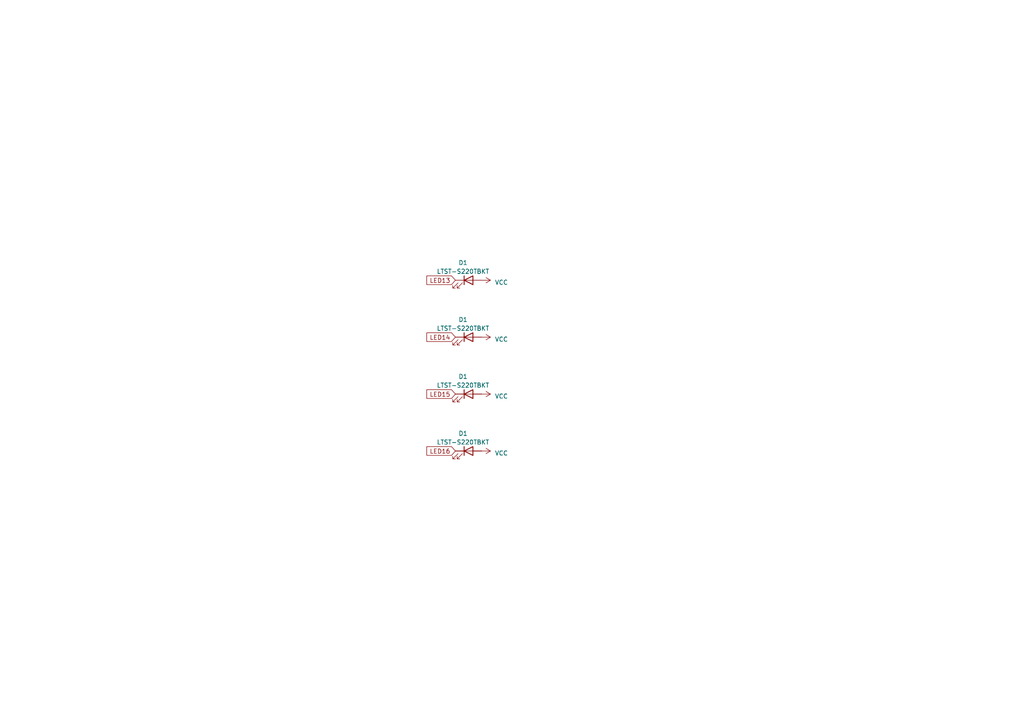
<source format=kicad_sch>
(kicad_sch (version 20230121) (generator eeschema)

  (uuid b8eddbd4-dda6-4afe-ba8a-7853a1a45745)

  (paper "A4")

  (lib_symbols
    (symbol "Device:LED" (pin_numbers hide) (pin_names (offset 1.016) hide) (in_bom yes) (on_board yes)
      (property "Reference" "D" (at 0 2.54 0)
        (effects (font (size 1.27 1.27)))
      )
      (property "Value" "LED" (at 0 -2.54 0)
        (effects (font (size 1.27 1.27)))
      )
      (property "Footprint" "" (at 0 0 0)
        (effects (font (size 1.27 1.27)) hide)
      )
      (property "Datasheet" "~" (at 0 0 0)
        (effects (font (size 1.27 1.27)) hide)
      )
      (property "ki_keywords" "LED diode" (at 0 0 0)
        (effects (font (size 1.27 1.27)) hide)
      )
      (property "ki_description" "Light emitting diode" (at 0 0 0)
        (effects (font (size 1.27 1.27)) hide)
      )
      (property "ki_fp_filters" "LED* LED_SMD:* LED_THT:*" (at 0 0 0)
        (effects (font (size 1.27 1.27)) hide)
      )
      (symbol "LED_0_1"
        (polyline
          (pts
            (xy -1.27 -1.27)
            (xy -1.27 1.27)
          )
          (stroke (width 0.254) (type default))
          (fill (type none))
        )
        (polyline
          (pts
            (xy -1.27 0)
            (xy 1.27 0)
          )
          (stroke (width 0) (type default))
          (fill (type none))
        )
        (polyline
          (pts
            (xy 1.27 -1.27)
            (xy 1.27 1.27)
            (xy -1.27 0)
            (xy 1.27 -1.27)
          )
          (stroke (width 0.254) (type default))
          (fill (type none))
        )
        (polyline
          (pts
            (xy -3.048 -0.762)
            (xy -4.572 -2.286)
            (xy -3.81 -2.286)
            (xy -4.572 -2.286)
            (xy -4.572 -1.524)
          )
          (stroke (width 0) (type default))
          (fill (type none))
        )
        (polyline
          (pts
            (xy -1.778 -0.762)
            (xy -3.302 -2.286)
            (xy -2.54 -2.286)
            (xy -3.302 -2.286)
            (xy -3.302 -1.524)
          )
          (stroke (width 0) (type default))
          (fill (type none))
        )
      )
      (symbol "LED_1_1"
        (pin passive line (at -3.81 0 0) (length 2.54)
          (name "K" (effects (font (size 1.27 1.27))))
          (number "1" (effects (font (size 1.27 1.27))))
        )
        (pin passive line (at 3.81 0 180) (length 2.54)
          (name "A" (effects (font (size 1.27 1.27))))
          (number "2" (effects (font (size 1.27 1.27))))
        )
      )
    )
    (symbol "power:VCC" (power) (pin_names (offset 0)) (in_bom yes) (on_board yes)
      (property "Reference" "#PWR" (at 0 -3.81 0)
        (effects (font (size 1.27 1.27)) hide)
      )
      (property "Value" "VCC" (at 0 3.81 0)
        (effects (font (size 1.27 1.27)))
      )
      (property "Footprint" "" (at 0 0 0)
        (effects (font (size 1.27 1.27)) hide)
      )
      (property "Datasheet" "" (at 0 0 0)
        (effects (font (size 1.27 1.27)) hide)
      )
      (property "ki_keywords" "global power" (at 0 0 0)
        (effects (font (size 1.27 1.27)) hide)
      )
      (property "ki_description" "Power symbol creates a global label with name \"VCC\"" (at 0 0 0)
        (effects (font (size 1.27 1.27)) hide)
      )
      (symbol "VCC_0_1"
        (polyline
          (pts
            (xy -0.762 1.27)
            (xy 0 2.54)
          )
          (stroke (width 0) (type default))
          (fill (type none))
        )
        (polyline
          (pts
            (xy 0 0)
            (xy 0 2.54)
          )
          (stroke (width 0) (type default))
          (fill (type none))
        )
        (polyline
          (pts
            (xy 0 2.54)
            (xy 0.762 1.27)
          )
          (stroke (width 0) (type default))
          (fill (type none))
        )
      )
      (symbol "VCC_1_1"
        (pin power_in line (at 0 0 90) (length 0) hide
          (name "VCC" (effects (font (size 1.27 1.27))))
          (number "1" (effects (font (size 1.27 1.27))))
        )
      )
    )
  )


  (global_label "LED15" (shape input) (at 132.08 114.3 180) (fields_autoplaced)
    (effects (font (size 1.27 1.27)) (justify right))
    (uuid 2f6e3751-50bc-4e85-9565-3fb87c96f11b)
    (property "Intersheetrefs" "${INTERSHEET_REFS}" (at 123.9623 114.3 0)
      (effects (font (size 1.27 1.27)) (justify right) hide)
    )
  )
  (global_label "LED14" (shape input) (at 132.08 97.79 180) (fields_autoplaced)
    (effects (font (size 1.27 1.27)) (justify right))
    (uuid 55ae62ba-d5d3-483d-ae74-84766da56929)
    (property "Intersheetrefs" "${INTERSHEET_REFS}" (at 123.9623 97.79 0)
      (effects (font (size 1.27 1.27)) (justify right) hide)
    )
  )
  (global_label "LED13" (shape input) (at 132.08 81.28 180) (fields_autoplaced)
    (effects (font (size 1.27 1.27)) (justify right))
    (uuid 8fc391ab-7997-470a-a941-3f96a6785ae3)
    (property "Intersheetrefs" "${INTERSHEET_REFS}" (at 123.9623 81.28 0)
      (effects (font (size 1.27 1.27)) (justify right) hide)
    )
  )
  (global_label "LED16" (shape input) (at 132.08 130.81 180) (fields_autoplaced)
    (effects (font (size 1.27 1.27)) (justify right))
    (uuid cb190bd2-5898-4919-9c80-637b7641dc23)
    (property "Intersheetrefs" "${INTERSHEET_REFS}" (at 123.9623 130.81 0)
      (effects (font (size 1.27 1.27)) (justify right) hide)
    )
  )

  (symbol (lib_id "Device:LED") (at 135.89 97.79 0) (unit 1)
    (in_bom yes) (on_board yes) (dnp no) (fields_autoplaced)
    (uuid 08a5e1a1-d184-4ded-b3e0-7c82fe1b2c31)
    (property "Reference" "D1" (at 134.3025 92.71 0)
      (effects (font (size 1.27 1.27)))
    )
    (property "Value" "LTST-S220TBKT" (at 134.3025 95.25 0)
      (effects (font (size 1.27 1.27)))
    )
    (property "Footprint" "d-lev:S220TBKT" (at 135.89 97.79 0)
      (effects (font (size 1.27 1.27)) hide)
    )
    (property "Datasheet" "https://www.mouser.com/datasheet/2/239/Lite-On-LTST-S220TBKT-1175488.pdf" (at 135.89 97.79 0)
      (effects (font (size 1.27 1.27)) hide)
    )
    (pin "1" (uuid dea032e8-4070-48bf-b390-407ea63c3107))
    (pin "2" (uuid fc67c120-d9f3-47b4-8c57-84304b902829))
    (instances
      (project "d-lev-tuner"
        (path "/d0a63483-9262-4daa-933b-19ce0ffbb204"
          (reference "D1") (unit 1)
        )
        (path "/d0a63483-9262-4daa-933b-19ce0ffbb204/1928c8f4-6cf4-4737-93cd-521227fbe60f"
          (reference "D2") (unit 1)
        )
        (path "/d0a63483-9262-4daa-933b-19ce0ffbb204/2f59d682-5d95-40dc-ad14-fff6ed248fda"
          (reference "D13") (unit 1)
        )
      )
    )
  )

  (symbol (lib_id "power:VCC") (at 139.7 97.79 270) (unit 1)
    (in_bom yes) (on_board yes) (dnp no) (fields_autoplaced)
    (uuid 0b0a6dbd-9139-4ea2-9857-d0d6f203efe5)
    (property "Reference" "#PWR035" (at 135.89 97.79 0)
      (effects (font (size 1.27 1.27)) hide)
    )
    (property "Value" "VCC" (at 143.51 98.425 90)
      (effects (font (size 1.27 1.27)) (justify left))
    )
    (property "Footprint" "" (at 139.7 97.79 0)
      (effects (font (size 1.27 1.27)) hide)
    )
    (property "Datasheet" "" (at 139.7 97.79 0)
      (effects (font (size 1.27 1.27)) hide)
    )
    (pin "1" (uuid e249b9fb-df6f-413f-ad7c-6aba7b16f06b))
    (instances
      (project "d-lev-tuner"
        (path "/d0a63483-9262-4daa-933b-19ce0ffbb204/2f59d682-5d95-40dc-ad14-fff6ed248fda"
          (reference "#PWR035") (unit 1)
        )
      )
    )
  )

  (symbol (lib_id "Device:LED") (at 135.89 130.81 0) (unit 1)
    (in_bom yes) (on_board yes) (dnp no) (fields_autoplaced)
    (uuid 18070bb9-a847-45a3-b623-e5da6855447a)
    (property "Reference" "D1" (at 134.3025 125.73 0)
      (effects (font (size 1.27 1.27)))
    )
    (property "Value" "LTST-S220TBKT" (at 134.3025 128.27 0)
      (effects (font (size 1.27 1.27)))
    )
    (property "Footprint" "d-lev:S220TBKT" (at 135.89 130.81 0)
      (effects (font (size 1.27 1.27)) hide)
    )
    (property "Datasheet" "https://www.mouser.com/datasheet/2/239/Lite-On-LTST-S220TBKT-1175488.pdf" (at 135.89 130.81 0)
      (effects (font (size 1.27 1.27)) hide)
    )
    (pin "1" (uuid 8037963a-1e52-46c0-a9ef-93f1551451e8))
    (pin "2" (uuid 5f505035-69bc-4931-a992-41fbb8b9757c))
    (instances
      (project "d-lev-tuner"
        (path "/d0a63483-9262-4daa-933b-19ce0ffbb204"
          (reference "D1") (unit 1)
        )
        (path "/d0a63483-9262-4daa-933b-19ce0ffbb204/1928c8f4-6cf4-4737-93cd-521227fbe60f"
          (reference "D2") (unit 1)
        )
        (path "/d0a63483-9262-4daa-933b-19ce0ffbb204/2f59d682-5d95-40dc-ad14-fff6ed248fda"
          (reference "D15") (unit 1)
        )
      )
    )
  )

  (symbol (lib_id "power:VCC") (at 139.7 81.28 270) (unit 1)
    (in_bom yes) (on_board yes) (dnp no) (fields_autoplaced)
    (uuid 321f4511-d676-4c63-a8e6-e5d2b5683514)
    (property "Reference" "#PWR034" (at 135.89 81.28 0)
      (effects (font (size 1.27 1.27)) hide)
    )
    (property "Value" "VCC" (at 143.51 81.915 90)
      (effects (font (size 1.27 1.27)) (justify left))
    )
    (property "Footprint" "" (at 139.7 81.28 0)
      (effects (font (size 1.27 1.27)) hide)
    )
    (property "Datasheet" "" (at 139.7 81.28 0)
      (effects (font (size 1.27 1.27)) hide)
    )
    (pin "1" (uuid 03e86f8c-fd1d-41d5-94d0-4816e0ba7744))
    (instances
      (project "d-lev-tuner"
        (path "/d0a63483-9262-4daa-933b-19ce0ffbb204/2f59d682-5d95-40dc-ad14-fff6ed248fda"
          (reference "#PWR034") (unit 1)
        )
      )
    )
  )

  (symbol (lib_id "Device:LED") (at 135.89 81.28 0) (unit 1)
    (in_bom yes) (on_board yes) (dnp no) (fields_autoplaced)
    (uuid 42e171b5-8dba-4da3-a079-8448bc71b913)
    (property "Reference" "D1" (at 134.3025 76.2 0)
      (effects (font (size 1.27 1.27)))
    )
    (property "Value" "LTST-S220TBKT" (at 134.3025 78.74 0)
      (effects (font (size 1.27 1.27)))
    )
    (property "Footprint" "d-lev:S220TBKT" (at 135.89 81.28 0)
      (effects (font (size 1.27 1.27)) hide)
    )
    (property "Datasheet" "https://www.mouser.com/datasheet/2/239/Lite-On-LTST-S220TBKT-1175488.pdf" (at 135.89 81.28 0)
      (effects (font (size 1.27 1.27)) hide)
    )
    (pin "1" (uuid 4a939a3a-85cf-4e53-9ea9-de3574d2a975))
    (pin "2" (uuid a575f2f5-4301-4b4c-8b27-0140ec71124a))
    (instances
      (project "d-lev-tuner"
        (path "/d0a63483-9262-4daa-933b-19ce0ffbb204"
          (reference "D1") (unit 1)
        )
        (path "/d0a63483-9262-4daa-933b-19ce0ffbb204/1928c8f4-6cf4-4737-93cd-521227fbe60f"
          (reference "D2") (unit 1)
        )
        (path "/d0a63483-9262-4daa-933b-19ce0ffbb204/2f59d682-5d95-40dc-ad14-fff6ed248fda"
          (reference "D17") (unit 1)
        )
      )
    )
  )

  (symbol (lib_id "power:VCC") (at 139.7 114.3 270) (unit 1)
    (in_bom yes) (on_board yes) (dnp no) (fields_autoplaced)
    (uuid 75e0affd-3b1f-4f5e-9916-af8e0aa5741a)
    (property "Reference" "#PWR036" (at 135.89 114.3 0)
      (effects (font (size 1.27 1.27)) hide)
    )
    (property "Value" "VCC" (at 143.51 114.935 90)
      (effects (font (size 1.27 1.27)) (justify left))
    )
    (property "Footprint" "" (at 139.7 114.3 0)
      (effects (font (size 1.27 1.27)) hide)
    )
    (property "Datasheet" "" (at 139.7 114.3 0)
      (effects (font (size 1.27 1.27)) hide)
    )
    (pin "1" (uuid 6a12060f-f8ff-43d0-a785-222694e374ca))
    (instances
      (project "d-lev-tuner"
        (path "/d0a63483-9262-4daa-933b-19ce0ffbb204/2f59d682-5d95-40dc-ad14-fff6ed248fda"
          (reference "#PWR036") (unit 1)
        )
      )
    )
  )

  (symbol (lib_id "Device:LED") (at 135.89 114.3 0) (unit 1)
    (in_bom yes) (on_board yes) (dnp no) (fields_autoplaced)
    (uuid 7b434c2c-b2ac-45e4-bac0-60b7385848b4)
    (property "Reference" "D1" (at 134.3025 109.22 0)
      (effects (font (size 1.27 1.27)))
    )
    (property "Value" "LTST-S220TBKT" (at 134.3025 111.76 0)
      (effects (font (size 1.27 1.27)))
    )
    (property "Footprint" "d-lev:S220TBKT" (at 135.89 114.3 0)
      (effects (font (size 1.27 1.27)) hide)
    )
    (property "Datasheet" "https://www.mouser.com/datasheet/2/239/Lite-On-LTST-S220TBKT-1175488.pdf" (at 135.89 114.3 0)
      (effects (font (size 1.27 1.27)) hide)
    )
    (pin "1" (uuid bc6b88ae-6c6d-4043-af58-6de264c16e69))
    (pin "2" (uuid f54b8867-a487-420f-964a-66fefefe6800))
    (instances
      (project "d-lev-tuner"
        (path "/d0a63483-9262-4daa-933b-19ce0ffbb204"
          (reference "D1") (unit 1)
        )
        (path "/d0a63483-9262-4daa-933b-19ce0ffbb204/1928c8f4-6cf4-4737-93cd-521227fbe60f"
          (reference "D2") (unit 1)
        )
        (path "/d0a63483-9262-4daa-933b-19ce0ffbb204/2f59d682-5d95-40dc-ad14-fff6ed248fda"
          (reference "D14") (unit 1)
        )
      )
    )
  )

  (symbol (lib_id "power:VCC") (at 139.7 130.81 270) (unit 1)
    (in_bom yes) (on_board yes) (dnp no) (fields_autoplaced)
    (uuid f675152d-5b4a-4c68-bfff-63b741d705bf)
    (property "Reference" "#PWR037" (at 135.89 130.81 0)
      (effects (font (size 1.27 1.27)) hide)
    )
    (property "Value" "VCC" (at 143.51 131.445 90)
      (effects (font (size 1.27 1.27)) (justify left))
    )
    (property "Footprint" "" (at 139.7 130.81 0)
      (effects (font (size 1.27 1.27)) hide)
    )
    (property "Datasheet" "" (at 139.7 130.81 0)
      (effects (font (size 1.27 1.27)) hide)
    )
    (pin "1" (uuid 997e303a-dc64-43e3-9324-02ecf4d1bb46))
    (instances
      (project "d-lev-tuner"
        (path "/d0a63483-9262-4daa-933b-19ce0ffbb204/2f59d682-5d95-40dc-ad14-fff6ed248fda"
          (reference "#PWR037") (unit 1)
        )
      )
    )
  )
)

</source>
